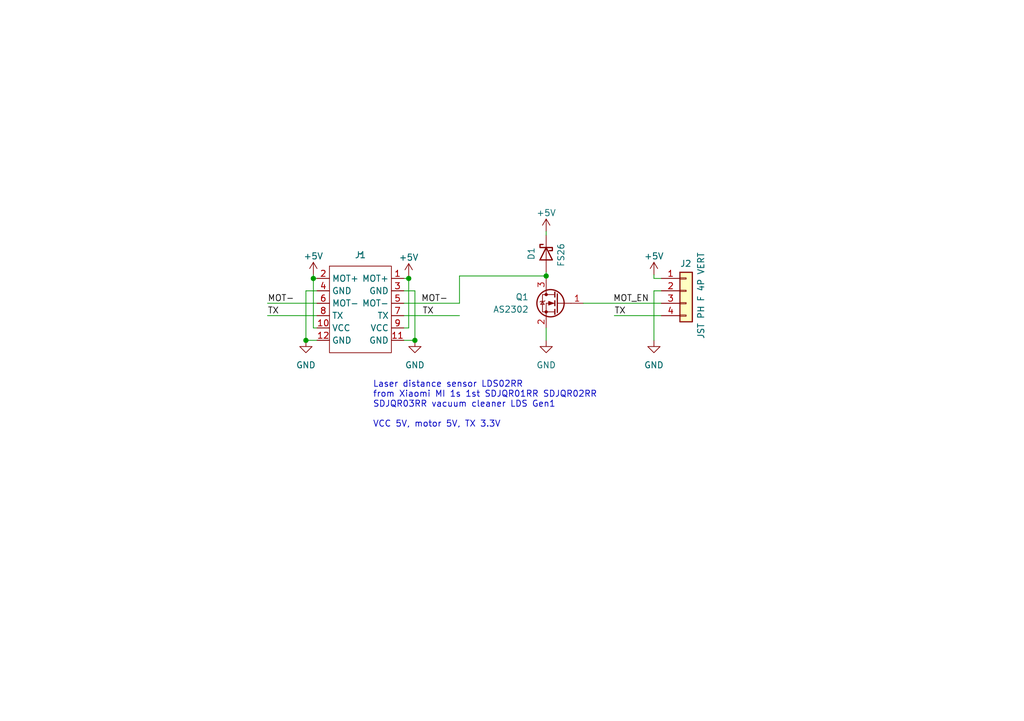
<source format=kicad_sch>
(kicad_sch (version 20230121) (generator eeschema)
  (paper "A5")
  (title_block (title "LDS02RR adapter") (date "2023-12-20") (rev "0.1.0") (company "makerspet.com"))
  (lib_symbols
    (symbol "Connector_Generic:Conn_01x04" (pin_names (offset 1.016) hide)
      (property "Reference" "J" (at 0 5.08 0))
      (property "Value" "Conn_01x04" (at 0 -7.62 0))
      (symbol "Conn_01x04_1_1"
        (rectangle (start -1.27 -4.953) (end 0 -5.207) (stroke (width 0.1524)))
        (rectangle (start -1.27 -2.413) (end 0 -2.667) (stroke (width 0.1524)))
        (rectangle (start -1.27 0.127) (end 0 -0.127) (stroke (width 0.1524)))
        (rectangle (start -1.27 2.667) (end 0 2.413) (stroke (width 0.1524)))
        (rectangle (start -1.27 3.81) (end 1.27 -6.35) (stroke (width 0.254)) (fill (type background)))
        (pin passive line (at -5.08 2.54 0) (length 3.81) (name "Pin_1") (number "1"))
        (pin passive line (at -5.08 0 0) (length 3.81) (name "Pin_2") (number "2"))
        (pin passive line (at -5.08 -2.54 0) (length 3.81) (name "Pin_3") (number "3"))
        (pin passive line (at -5.08 -5.08 0) (length 3.81) (name "Pin_4") (number "4"))
      )
    )
    (symbol "Device:D_Schottky" (pin_numbers hide) (pin_names (offset 1.016) hide)
      (property "Reference" "D" (at 0 2.54 0))
      (property "Value" "D_Schottky" (at 0 -2.54 0))
      (symbol "D_Schottky_0_1"
        (polyline (pts (xy 1.27 0) (xy -1.27 0)))
        (polyline (pts (xy 1.27 1.27) (xy 1.27 -1.27) (xy -1.27 0) (xy 1.27 1.27)) (stroke (width 0.254)))
        (polyline (pts (xy -1.905 0.635) (xy -1.905 1.27) (xy -1.27 1.27) (xy -1.27 -1.27) (xy -0.635 -1.27) (xy -0.635 -0.635)) (stroke (width 0.254)))
      )
      (symbol "D_Schottky_1_1"
        (pin passive line (at -3.81 0 0) (length 2.54) (name "K") (number "1"))
        (pin passive line (at 3.81 0 180) (length 2.54) (name "A") (number "2"))
      )
    )
    (symbol "Makerspet:LDS02RR"
      (property "Reference" "J" (at 0 0 0))
      (symbol "LDS02RR_0_1"
        (rectangle (start -6.35 -2.54) (end 6.35 -20.32))
      )
      (symbol "LDS02RR_1_1"
        (pin passive line (at 8.89 -5.08 180) (length 2.54) (name "MOT+") (number "1"))
        (pin power_in line (at -8.89 -15.24 0) (length 2.54) (name "VCC") (number "10"))
        (pin passive line (at 8.89 -17.78 180) (length 2.54) (name "GND") (number "11"))
        (pin passive line (at -8.89 -17.78 0) (length 2.54) (name "GND") (number "12"))
        (pin passive line (at -8.89 -5.08 0) (length 2.54) (name "MOT+") (number "2"))
        (pin passive line (at 8.89 -7.62 180) (length 2.54) (name "GND") (number "3"))
        (pin passive line (at -8.89 -7.62 0) (length 2.54) (name "GND") (number "4"))
        (pin passive line (at 8.89 -10.16 180) (length 2.54) (name "MOT-") (number "5"))
        (pin passive line (at -8.89 -10.16 0) (length 2.54) (name "MOT-") (number "6"))
        (pin output line (at 8.89 -12.7 180) (length 2.54) (name "TX") (number "7"))
        (pin output line (at -8.89 -12.7 0) (length 2.54) (name "TX") (number "8"))
        (pin power_in line (at 8.89 -15.24 180) (length 2.54) (name "VCC") (number "9"))
      )
    )
    (symbol "Transistor_FET:BSS123" (pin_names hide)
      (property "Reference" "Q" (at 5.08 1.905 0))
      (property "Value" "BSS123" (at 5.08 0 0))
      (symbol "BSS123_0_1"
        (polyline (pts (xy 0.254 0) (xy -2.54 0)))
        (polyline (pts (xy 0.254 1.905) (xy 0.254 -1.905)) (stroke (width 0.254)))
        (polyline (pts (xy 0.762 -1.27) (xy 0.762 -2.286)) (stroke (width 0.254)))
        (polyline (pts (xy 0.762 0.508) (xy 0.762 -0.508)) (stroke (width 0.254)))
        (polyline (pts (xy 0.762 2.286) (xy 0.762 1.27)) (stroke (width 0.254)))
        (polyline (pts (xy 2.54 2.54) (xy 2.54 1.778)))
        (polyline (pts (xy 2.54 -2.54) (xy 2.54 0) (xy 0.762 0)))
        (polyline (pts (xy 0.762 -1.778) (xy 3.302 -1.778) (xy 3.302 1.778) (xy 0.762 1.778)))
        (polyline (pts (xy 1.016 0) (xy 2.032 0.381) (xy 2.032 -0.381) (xy 1.016 0)) (fill (type outline)))
        (polyline (pts (xy 2.794 0.508) (xy 2.921 0.381) (xy 3.683 0.381) (xy 3.81 0.254)))
        (polyline (pts (xy 3.302 0.381) (xy 2.921 -0.254) (xy 3.683 -0.254) (xy 3.302 0.381)))
        (circle (center 1.651 0) (radius 2.794) (stroke (width 0.254)))
        (circle (center 2.54 -1.778) (radius 0.254) (fill (type outline)))
        (circle (center 2.54 1.778) (radius 0.254) (fill (type outline)))
      )
      (symbol "BSS123_1_1"
        (pin input line (at -5.08 0 0) (length 2.54) (name "G") (number "1"))
        (pin passive line (at 2.54 -5.08 90) (length 2.54) (name "S") (number "2"))
        (pin passive line (at 2.54 5.08 270) (length 2.54) (name "D") (number "3"))
      )
    )
    (symbol "power:+5V" (power) (pin_names (offset 0))
      (property "Value" "+5V" (at 0 3.556 0))
      (symbol "+5V_0_1"
        (polyline (pts (xy -0.762 1.27) (xy 0 2.54)))
        (polyline (pts (xy 0 0) (xy 0 2.54)))
        (polyline (pts (xy 0 2.54) (xy 0.762 1.27)))
      )
      (symbol "+5V_1_1"
        (pin power_in line (at 0 0 90) (length 0) hide (name "+5V") (number "1"))
      )
    )
    (symbol "power:GND" (power) (pin_names (offset 0))
      (property "Value" "GND" (at 0 -3.81 0))
      (symbol "GND_0_1"
        (polyline (pts (xy 0 0) (xy 0 -1.27) (xy 1.27 -1.27) (xy 0 -2.54) (xy -1.27 -1.27) (xy 0 -1.27)))
      )
      (symbol "GND_1_1"
        (pin power_in line (at 0 0 270) (length 0) hide (name "GND") (number "1"))
      )
    )
  )
  (junction (at 62.738 69.85))
  (junction (at 83.82 57.15))
  (junction (at 112.014 56.642))
  (junction (at 64.262 57.15))
  (junction (at 85.09 69.85))
  (wire (pts (xy 135.636 57.15) (xy 134.112 57.15)))
  (wire (pts (xy 62.738 69.85) (xy 62.738 59.69)))
  (wire (pts (xy 64.262 67.31) (xy 65.024 67.31)))
  (wire (pts (xy 54.864 62.23) (xy 65.024 62.23)))
  (wire (pts (xy 82.804 69.85) (xy 85.09 69.85)))
  (wire (pts (xy 82.804 64.77) (xy 94.234 64.77)))
  (wire (pts (xy 134.112 59.69) (xy 134.112 69.85)))
  (wire (pts (xy 54.864 64.77) (xy 65.024 64.77)))
  (wire (pts (xy 82.804 59.69) (xy 85.09 59.69)))
  (wire (pts (xy 112.014 56.642) (xy 112.014 57.15)))
  (wire (pts (xy 64.262 57.15) (xy 65.024 57.15)))
  (wire (pts (xy 112.014 55.88) (xy 112.014 56.642)))
  (wire (pts (xy 112.014 56.642) (xy 94.234 56.642)))
  (wire (pts (xy 62.738 69.85) (xy 65.024 69.85)))
  (wire (pts (xy 112.014 67.31) (xy 112.014 69.85)))
  (wire (pts (xy 64.262 56.388) (xy 64.262 57.15)))
  (wire (pts (xy 82.804 62.23) (xy 94.234 62.23)))
  (wire (pts (xy 135.636 59.69) (xy 134.112 59.69)))
  (wire (pts (xy 83.82 57.15) (xy 82.804 57.15)))
  (wire (pts (xy 134.112 57.15) (xy 134.112 56.388)))
  (wire (pts (xy 83.82 56.642) (xy 83.82 57.15)))
  (wire (pts (xy 62.738 59.69) (xy 65.024 59.69)))
  (wire (pts (xy 119.634 62.23) (xy 135.636 62.23)))
  (wire (pts (xy 94.234 56.642) (xy 94.234 62.23)))
  (wire (pts (xy 64.262 57.15) (xy 64.262 67.31)))
  (wire (pts (xy 83.82 57.15) (xy 83.82 67.31)))
  (wire (pts (xy 82.804 67.31) (xy 83.82 67.31)))
  (wire (pts (xy 125.984 64.77) (xy 135.636 64.77)))
  (wire (pts (xy 85.09 69.85) (xy 85.09 59.69)))
  (wire (pts (xy 112.014 47.498) (xy 112.014 48.26)))
  (text "Laser distance sensor LDS02RR\nfrom Xiaomi MI 1s 1st SDJQR01RR SDJQR02RR\nSDJQR03RR vacuum cleaner LDS Gen1\n\nVCC 5V, motor 5V, TX 3.3V" (at 76.454 87.884 0) (effects (font (size 1.27 1.27)) (justify left bottom)))
  (label "MOT-" (at 86.36 62.23 0))
  (label "MOT_EN" (at 125.73 62.23 0))
  (label "MOT-" (at 54.864 62.23 0))
  (label "TX" (at 54.864 64.77 0))
  (label "TX" (at 86.614 64.77 0))
  (label "TX" (at 125.984 64.77 0))
  (symbol (lib_id "power:GND") (at 85.09 69.85 0) (unit 1)
    (property "Reference" "#PWR05" (effects hide))
    (property "Value" "GND" (at 85.09 74.93 0))
  )
  (symbol (lib_id "power:GND") (at 134.112 69.85 0) (unit 1)
    (property "Reference" "#PWR08" (effects hide))
    (property "Value" "GND" (at 134.112 74.93 0))
  )
  (symbol (lib_id "power:GND") (at 112.014 69.85 0) (unit 1)
    (property "Reference" "#PWR02" (effects hide))
    (property "Value" "GND" (at 112.014 74.93 0))
  )
  (symbol (lib_id "Makerspet:LDS02RR") (at 73.914 52.07 0) (unit 1)
    (property "Reference" "J1" (at 73.914 52.324 0))
    (property "Value" "~" (at 73.914 52.07 0))
    (property "Footprint" "Makerspet:LDS02RR_FPC12" (effects hide))
  )
  (symbol (lib_id "Connector_Generic:Conn_01x04") (at 140.716 59.69 0) (unit 1)
    (property "Reference" "J2" (at 139.446 54.102 0) (effects (justify left)))
    (property "Value" "JST PH F 4P VERT" (at 143.764 69.596 90) (effects (justify left)))
    (property "Footprint" "Connector_JST:JST_PH_B4B-PH-K_1x04_P2.00mm_Vertical" (effects hide))
  )
  (symbol (lib_id "power:+5V") (at 112.014 47.498 0) (unit 1)
    (property "Reference" "#PWR01" (effects hide))
    (property "Value" "+5V" (at 112.014 43.688 0))
  )
  (symbol (lib_id "power:+5V") (at 83.82 56.642 0) (unit 1)
    (property "Reference" "#PWR03" (effects hide))
    (property "Value" "+5V" (at 83.82 52.832 0))
  )
  (symbol (lib_id "power:+5V") (at 134.112 56.388 0) (unit 1)
    (property "Reference" "#PWR07" (effects hide))
    (property "Value" "+5V" (at 134.112 52.578 0))
  )
  (symbol (lib_id "Device:D_Schottky") (at 112.014 52.07 90) (mirror x) (unit 1)
    (property "Reference" "D1" (at 108.966 52.07 0))
    (property "Value" "FS26" (at 115.062 52.324 0))
    (property "Footprint" "Diode_SMD:D_SOD-123F" (effects hide))
    (property "Datasheet" "https://www.digikey.com/en/products/detail/good-ark-semiconductor/FS26/18667798" (effects hide))
  )
  (symbol (lib_id "power:+5V") (at 64.262 56.388 0) (unit 1)
    (property "Reference" "#PWR04" (effects hide))
    (property "Value" "+5V" (at 64.262 52.578 0))
  )
  (symbol (lib_id "Transistor_FET:BSS123") (at 114.554 62.23 0) (mirror y) (unit 1)
    (property "Reference" "Q1" (at 108.458 60.96 0) (effects (justify left)))
    (property "Value" "AS2302" (at 108.458 63.5 0) (effects (justify left)))
    (property "Footprint" "Package_TO_SOT_SMD:SOT-23" (effects hide))
    (property "Datasheet" "https://www.digikey.com/en/products/detail/anbon-semiconductor-int-l-limited/AS2302/16708469" (effects hide))
  )
  (symbol (lib_id "power:GND") (at 62.738 69.85 0) (unit 1)
    (property "Reference" "#PWR06" (effects hide))
    (property "Value" "GND" (at 62.738 74.93 0))
  )
)
</source>
